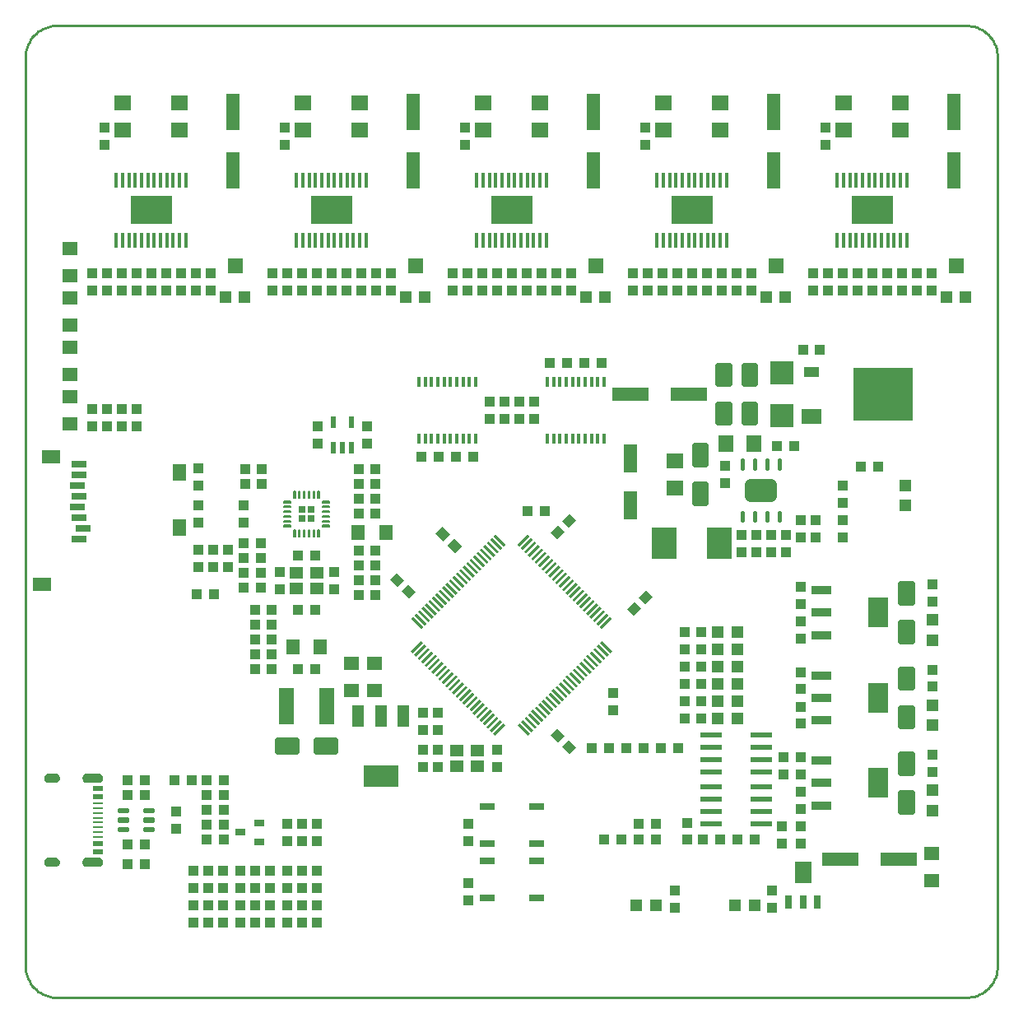
<source format=gbr>
G04 EAGLE Gerber RS-274X export*
G75*
%MOMM*%
%FSLAX34Y34*%
%LPD*%
%INGPT*%
%IPPOS*%
%AMOC8*
5,1,8,0,0,1.08239X$1,22.5*%
G01*
%ADD10R,2.095500X1.524000*%
%ADD11R,0.270000X1.500000*%
%ADD12R,1.500000X0.270000*%
%ADD13R,1.400000X1.200000*%
%ADD14R,1.000000X1.100000*%
%ADD15R,1.100000X1.000000*%
%ADD16R,1.600000X1.400000*%
%ADD17R,1.524000X0.762000*%
%ADD18R,1.200000X1.200000*%
%ADD19R,0.426000X1.650000*%
%ADD20R,4.320000X3.000000*%
%ADD21R,1.800000X1.600000*%
%ADD22R,0.304800X0.990600*%
%ADD23C,0.140000*%
%ADD24R,0.650000X0.650000*%
%ADD25R,1.400000X1.600000*%
%ADD26R,0.550000X1.200000*%
%ADD27R,1.219200X2.235200*%
%ADD28R,3.600000X2.200000*%
%ADD29R,3.800000X1.400000*%
%ADD30R,2.150000X0.950000*%
%ADD31R,2.150000X3.150000*%
%ADD32C,0.510000*%
%ADD33R,1.400000X3.800000*%
%ADD34R,1.400000X1.800000*%
%ADD35R,1.900000X1.400000*%
%ADD36R,1.500000X0.800000*%
%ADD37R,2.200000X0.600000*%
%ADD38R,0.800000X1.400000*%
%ADD39R,1.800000X2.200000*%
%ADD40R,6.200000X5.400000*%
%ADD41R,1.600000X1.000000*%
%ADD42R,2.400000X2.400000*%
%ADD43R,1.400000X3.000000*%
%ADD44C,0.363000*%
%ADD45R,1.016000X0.635000*%
%ADD46R,1.600000X1.500000*%
%ADD47R,1.500000X3.700000*%
%ADD48R,1.600000X1.800000*%
%ADD49C,0.250000*%
%ADD50C,1.200000*%
%ADD51R,2.500000X3.200000*%
%ADD52R,1.000000X0.280000*%
%ADD53R,1.000000X0.560000*%
%ADD54C,0.254000*%

G36*
X-424835Y-363206D02*
X-424835Y-363206D01*
X-424832Y-363209D01*
X-423737Y-363029D01*
X-423731Y-363023D01*
X-423726Y-363026D01*
X-422698Y-362607D01*
X-422694Y-362600D01*
X-422689Y-362602D01*
X-421780Y-361965D01*
X-421778Y-361957D01*
X-421772Y-361957D01*
X-421028Y-361134D01*
X-421027Y-361126D01*
X-421021Y-361125D01*
X-420479Y-360157D01*
X-420480Y-360148D01*
X-420474Y-360146D01*
X-420161Y-359082D01*
X-420164Y-359074D01*
X-420159Y-359071D01*
X-420091Y-357963D01*
X-420095Y-357957D01*
X-420091Y-357953D01*
X-420261Y-356845D01*
X-420267Y-356839D01*
X-420264Y-356834D01*
X-420676Y-355792D01*
X-420683Y-355788D01*
X-420681Y-355783D01*
X-421315Y-354858D01*
X-421323Y-354856D01*
X-421322Y-354850D01*
X-422146Y-354090D01*
X-422154Y-354089D01*
X-422154Y-354083D01*
X-423126Y-353526D01*
X-423134Y-353527D01*
X-423136Y-353521D01*
X-424208Y-353194D01*
X-424216Y-353197D01*
X-424219Y-353192D01*
X-425336Y-353111D01*
X-425339Y-353112D01*
X-425340Y-353111D01*
X-437340Y-353111D01*
X-437343Y-353113D01*
X-437350Y-353113D01*
X-437351Y-353112D01*
X-438295Y-353331D01*
X-438301Y-353337D01*
X-438306Y-353335D01*
X-439178Y-353759D01*
X-439181Y-353766D01*
X-439187Y-353764D01*
X-439943Y-354371D01*
X-439945Y-354379D01*
X-439951Y-354379D01*
X-440552Y-355139D01*
X-440552Y-355148D01*
X-440558Y-355149D01*
X-440976Y-356024D01*
X-440974Y-356032D01*
X-440979Y-356034D01*
X-441192Y-356980D01*
X-441188Y-356987D01*
X-441193Y-356991D01*
X-441189Y-357960D01*
X-441189Y-357961D01*
X-441170Y-359029D01*
X-441165Y-359036D01*
X-441169Y-359040D01*
X-440913Y-360077D01*
X-440906Y-360082D01*
X-440909Y-360088D01*
X-440428Y-361042D01*
X-440421Y-361046D01*
X-440422Y-361051D01*
X-439741Y-361875D01*
X-439733Y-361876D01*
X-439733Y-361882D01*
X-438886Y-362533D01*
X-438878Y-362533D01*
X-438877Y-362539D01*
X-437906Y-362986D01*
X-437898Y-362984D01*
X-437896Y-362989D01*
X-436850Y-363208D01*
X-436843Y-363205D01*
X-436840Y-363209D01*
X-424840Y-363209D01*
X-424835Y-363206D01*
G37*
G36*
X-424835Y-276805D02*
X-424835Y-276805D01*
X-424832Y-276809D01*
X-423726Y-276616D01*
X-423721Y-276611D01*
X-423721Y-276610D01*
X-423716Y-276613D01*
X-422681Y-276180D01*
X-422677Y-276173D01*
X-422672Y-276175D01*
X-421759Y-275522D01*
X-421757Y-275514D01*
X-421751Y-275515D01*
X-421007Y-274676D01*
X-421006Y-274667D01*
X-421001Y-274667D01*
X-420462Y-273683D01*
X-420463Y-273675D01*
X-420462Y-273674D01*
X-420458Y-273673D01*
X-420457Y-273671D01*
X-420275Y-273030D01*
X-420151Y-272594D01*
X-420153Y-272589D01*
X-420151Y-272587D01*
X-420153Y-272585D01*
X-420149Y-272583D01*
X-420091Y-271463D01*
X-420094Y-271458D01*
X-420091Y-271455D01*
X-420209Y-270409D01*
X-420215Y-270403D01*
X-420211Y-270398D01*
X-420559Y-269404D01*
X-420566Y-269400D01*
X-420564Y-269395D01*
X-421124Y-268503D01*
X-421131Y-268501D01*
X-421131Y-268495D01*
X-421875Y-267751D01*
X-421883Y-267749D01*
X-421883Y-267744D01*
X-422775Y-267184D01*
X-422783Y-267184D01*
X-422784Y-267179D01*
X-423778Y-266831D01*
X-423786Y-266834D01*
X-423789Y-266829D01*
X-424835Y-266711D01*
X-424838Y-266713D01*
X-424840Y-266711D01*
X-436840Y-266711D01*
X-436843Y-266713D01*
X-436846Y-266713D01*
X-436848Y-266711D01*
X-437844Y-266869D01*
X-437850Y-266875D01*
X-437855Y-266872D01*
X-438791Y-267247D01*
X-438795Y-267254D01*
X-438801Y-267252D01*
X-439630Y-267826D01*
X-439633Y-267834D01*
X-439638Y-267833D01*
X-440319Y-268577D01*
X-440320Y-268586D01*
X-440326Y-268586D01*
X-440824Y-269463D01*
X-440823Y-269472D01*
X-440828Y-269474D01*
X-441016Y-270098D01*
X-441119Y-270439D01*
X-441118Y-270442D01*
X-441119Y-270443D01*
X-441116Y-270447D01*
X-441121Y-270450D01*
X-441189Y-271457D01*
X-441188Y-271459D01*
X-441189Y-271460D01*
X-441180Y-272541D01*
X-441175Y-272548D01*
X-441179Y-272552D01*
X-440930Y-273604D01*
X-440923Y-273609D01*
X-440926Y-273614D01*
X-440449Y-274584D01*
X-440441Y-274587D01*
X-440443Y-274593D01*
X-439762Y-275432D01*
X-439754Y-275434D01*
X-439754Y-275440D01*
X-438904Y-276106D01*
X-438895Y-276107D01*
X-438894Y-276112D01*
X-437917Y-276573D01*
X-437909Y-276571D01*
X-437906Y-276577D01*
X-436851Y-276808D01*
X-436843Y-276805D01*
X-436840Y-276809D01*
X-424840Y-276809D01*
X-424835Y-276805D01*
G37*
G36*
X-469636Y-363206D02*
X-469636Y-363206D01*
X-469634Y-363209D01*
X-468501Y-363059D01*
X-468495Y-363053D01*
X-468490Y-363056D01*
X-467420Y-362658D01*
X-467416Y-362651D01*
X-467410Y-362653D01*
X-466455Y-362026D01*
X-466452Y-362018D01*
X-466447Y-362019D01*
X-465655Y-361196D01*
X-465654Y-361188D01*
X-465648Y-361187D01*
X-465059Y-360208D01*
X-465060Y-360200D01*
X-465055Y-360198D01*
X-464699Y-359113D01*
X-464702Y-359105D01*
X-464697Y-359102D01*
X-464591Y-357965D01*
X-464596Y-357956D01*
X-464592Y-357951D01*
X-464799Y-356814D01*
X-464805Y-356808D01*
X-464802Y-356803D01*
X-465257Y-355741D01*
X-465264Y-355737D01*
X-465262Y-355731D01*
X-465942Y-354796D01*
X-465950Y-354794D01*
X-465949Y-354788D01*
X-466820Y-354028D01*
X-466828Y-354028D01*
X-466829Y-354022D01*
X-467848Y-353475D01*
X-467856Y-353476D01*
X-467858Y-353471D01*
X-468972Y-353164D01*
X-468980Y-353167D01*
X-468983Y-353162D01*
X-470138Y-353111D01*
X-470139Y-353112D01*
X-470140Y-353111D01*
X-476140Y-353111D01*
X-476143Y-353113D01*
X-476148Y-353113D01*
X-476149Y-353112D01*
X-477230Y-353324D01*
X-477235Y-353330D01*
X-477240Y-353327D01*
X-478246Y-353774D01*
X-478250Y-353781D01*
X-478256Y-353779D01*
X-479137Y-354439D01*
X-479140Y-354447D01*
X-479145Y-354447D01*
X-479858Y-355286D01*
X-479858Y-355294D01*
X-479864Y-355295D01*
X-480372Y-356272D01*
X-480371Y-356280D01*
X-480376Y-356282D01*
X-480654Y-357347D01*
X-480651Y-357355D01*
X-480655Y-357358D01*
X-480689Y-358459D01*
X-480686Y-358464D01*
X-480689Y-358467D01*
X-480534Y-359543D01*
X-480528Y-359548D01*
X-480531Y-359553D01*
X-480141Y-360567D01*
X-480134Y-360571D01*
X-480136Y-360577D01*
X-479529Y-361479D01*
X-479521Y-361481D01*
X-479522Y-361487D01*
X-478730Y-362231D01*
X-478722Y-362232D01*
X-478722Y-362238D01*
X-477784Y-362787D01*
X-477776Y-362786D01*
X-477774Y-362792D01*
X-476738Y-363119D01*
X-476730Y-363116D01*
X-476727Y-363121D01*
X-475644Y-363209D01*
X-475641Y-363207D01*
X-475640Y-363209D01*
X-469640Y-363209D01*
X-469636Y-363206D01*
G37*
G36*
X-469637Y-276807D02*
X-469637Y-276807D01*
X-469636Y-276809D01*
X-468543Y-276708D01*
X-468537Y-276703D01*
X-468532Y-276706D01*
X-467489Y-276365D01*
X-467484Y-276358D01*
X-467479Y-276360D01*
X-466538Y-275796D01*
X-466535Y-275788D01*
X-466529Y-275789D01*
X-465737Y-275029D01*
X-465736Y-275021D01*
X-465730Y-275020D01*
X-465128Y-274103D01*
X-465128Y-274095D01*
X-465123Y-274093D01*
X-464739Y-273065D01*
X-464741Y-273057D01*
X-464736Y-273054D01*
X-464591Y-271967D01*
X-464595Y-271959D01*
X-464591Y-271955D01*
X-464697Y-270818D01*
X-464702Y-270812D01*
X-464699Y-270807D01*
X-465055Y-269722D01*
X-465062Y-269717D01*
X-465059Y-269712D01*
X-465648Y-268733D01*
X-465656Y-268730D01*
X-465655Y-268724D01*
X-466447Y-267901D01*
X-466455Y-267900D01*
X-466455Y-267894D01*
X-467410Y-267267D01*
X-467418Y-267268D01*
X-467420Y-267262D01*
X-468490Y-266864D01*
X-468498Y-266866D01*
X-468501Y-266861D01*
X-469634Y-266711D01*
X-469637Y-266713D01*
X-469638Y-266713D01*
X-469640Y-266711D01*
X-475640Y-266711D01*
X-475643Y-266713D01*
X-475645Y-266713D01*
X-475646Y-266711D01*
X-476779Y-266861D01*
X-476785Y-266867D01*
X-476790Y-266864D01*
X-477860Y-267262D01*
X-477864Y-267269D01*
X-477870Y-267267D01*
X-478825Y-267894D01*
X-478828Y-267902D01*
X-478833Y-267901D01*
X-479625Y-268724D01*
X-479626Y-268732D01*
X-479632Y-268733D01*
X-480221Y-269712D01*
X-480220Y-269720D01*
X-480225Y-269722D01*
X-480581Y-270807D01*
X-480579Y-270815D01*
X-480583Y-270818D01*
X-480689Y-271955D01*
X-480685Y-271962D01*
X-480689Y-271967D01*
X-480544Y-273054D01*
X-480538Y-273060D01*
X-480541Y-273065D01*
X-480158Y-274093D01*
X-480151Y-274098D01*
X-480153Y-274103D01*
X-479550Y-275020D01*
X-479542Y-275023D01*
X-479543Y-275029D01*
X-478751Y-275789D01*
X-478743Y-275790D01*
X-478742Y-275796D01*
X-477801Y-276360D01*
X-477793Y-276359D01*
X-477791Y-276365D01*
X-476748Y-276706D01*
X-476740Y-276704D01*
X-476737Y-276708D01*
X-475645Y-276809D01*
X-475642Y-276807D01*
X-475640Y-276809D01*
X-469640Y-276809D01*
X-469637Y-276807D01*
G37*
D10*
X308928Y100330D03*
D11*
G36*
X8026Y-33490D02*
X6117Y-31581D01*
X16722Y-20976D01*
X18631Y-22885D01*
X8026Y-33490D01*
G37*
G36*
X11562Y-37025D02*
X9653Y-35116D01*
X20258Y-24511D01*
X22167Y-26420D01*
X11562Y-37025D01*
G37*
G36*
X15097Y-40561D02*
X13188Y-38652D01*
X23793Y-28047D01*
X25702Y-29956D01*
X15097Y-40561D01*
G37*
G36*
X18633Y-44096D02*
X16724Y-42187D01*
X27329Y-31582D01*
X29238Y-33491D01*
X18633Y-44096D01*
G37*
G36*
X22169Y-47632D02*
X20260Y-45723D01*
X30865Y-35118D01*
X32774Y-37027D01*
X22169Y-47632D01*
G37*
G36*
X25704Y-51167D02*
X23795Y-49258D01*
X34400Y-38653D01*
X36309Y-40562D01*
X25704Y-51167D01*
G37*
G36*
X29240Y-54703D02*
X27331Y-52794D01*
X37936Y-42189D01*
X39845Y-44098D01*
X29240Y-54703D01*
G37*
G36*
X32775Y-58239D02*
X30866Y-56330D01*
X41471Y-45725D01*
X43380Y-47634D01*
X32775Y-58239D01*
G37*
G36*
X36311Y-61774D02*
X34402Y-59865D01*
X45007Y-49260D01*
X46916Y-51169D01*
X36311Y-61774D01*
G37*
G36*
X39846Y-65310D02*
X37937Y-63401D01*
X48542Y-52796D01*
X50451Y-54705D01*
X39846Y-65310D01*
G37*
G36*
X43382Y-68845D02*
X41473Y-66936D01*
X52078Y-56331D01*
X53987Y-58240D01*
X43382Y-68845D01*
G37*
G36*
X46917Y-72381D02*
X45008Y-70472D01*
X55613Y-59867D01*
X57522Y-61776D01*
X46917Y-72381D01*
G37*
G36*
X50453Y-75916D02*
X48544Y-74007D01*
X59149Y-63402D01*
X61058Y-65311D01*
X50453Y-75916D01*
G37*
G36*
X53988Y-79452D02*
X52079Y-77543D01*
X62684Y-66938D01*
X64593Y-68847D01*
X53988Y-79452D01*
G37*
G36*
X57524Y-82987D02*
X55615Y-81078D01*
X66220Y-70473D01*
X68129Y-72382D01*
X57524Y-82987D01*
G37*
G36*
X61059Y-86523D02*
X59150Y-84614D01*
X69755Y-74009D01*
X71664Y-75918D01*
X61059Y-86523D01*
G37*
G36*
X64595Y-90058D02*
X62686Y-88149D01*
X73291Y-77544D01*
X75200Y-79453D01*
X64595Y-90058D01*
G37*
G36*
X68130Y-93594D02*
X66221Y-91685D01*
X76826Y-81080D01*
X78735Y-82989D01*
X68130Y-93594D01*
G37*
G36*
X71666Y-97129D02*
X69757Y-95220D01*
X80362Y-84615D01*
X82271Y-86524D01*
X71666Y-97129D01*
G37*
G36*
X75202Y-100665D02*
X73293Y-98756D01*
X83898Y-88151D01*
X85807Y-90060D01*
X75202Y-100665D01*
G37*
G36*
X78737Y-104200D02*
X76828Y-102291D01*
X87433Y-91686D01*
X89342Y-93595D01*
X78737Y-104200D01*
G37*
G36*
X82273Y-107736D02*
X80364Y-105827D01*
X90969Y-95222D01*
X92878Y-97131D01*
X82273Y-107736D01*
G37*
G36*
X85808Y-111272D02*
X83899Y-109363D01*
X94504Y-98758D01*
X96413Y-100667D01*
X85808Y-111272D01*
G37*
G36*
X89344Y-114807D02*
X87435Y-112898D01*
X98040Y-102293D01*
X99949Y-104202D01*
X89344Y-114807D01*
G37*
G36*
X92879Y-118343D02*
X90970Y-116434D01*
X101575Y-105829D01*
X103484Y-107738D01*
X92879Y-118343D01*
G37*
G36*
X-101575Y-143091D02*
X-103484Y-141182D01*
X-92879Y-130577D01*
X-90970Y-132486D01*
X-101575Y-143091D01*
G37*
G36*
X-98040Y-146627D02*
X-99949Y-144718D01*
X-89344Y-134113D01*
X-87435Y-136022D01*
X-98040Y-146627D01*
G37*
G36*
X-94504Y-150162D02*
X-96413Y-148253D01*
X-85808Y-137648D01*
X-83899Y-139557D01*
X-94504Y-150162D01*
G37*
G36*
X-90969Y-153698D02*
X-92878Y-151789D01*
X-82273Y-141184D01*
X-80364Y-143093D01*
X-90969Y-153698D01*
G37*
G36*
X-87433Y-157234D02*
X-89342Y-155325D01*
X-78737Y-144720D01*
X-76828Y-146629D01*
X-87433Y-157234D01*
G37*
G36*
X-83898Y-160769D02*
X-85807Y-158860D01*
X-75202Y-148255D01*
X-73293Y-150164D01*
X-83898Y-160769D01*
G37*
G36*
X-80362Y-164305D02*
X-82271Y-162396D01*
X-71666Y-151791D01*
X-69757Y-153700D01*
X-80362Y-164305D01*
G37*
G36*
X-76826Y-167840D02*
X-78735Y-165931D01*
X-68130Y-155326D01*
X-66221Y-157235D01*
X-76826Y-167840D01*
G37*
G36*
X-73291Y-171376D02*
X-75200Y-169467D01*
X-64595Y-158862D01*
X-62686Y-160771D01*
X-73291Y-171376D01*
G37*
G36*
X-69755Y-174911D02*
X-71664Y-173002D01*
X-61059Y-162397D01*
X-59150Y-164306D01*
X-69755Y-174911D01*
G37*
G36*
X-66220Y-178447D02*
X-68129Y-176538D01*
X-57524Y-165933D01*
X-55615Y-167842D01*
X-66220Y-178447D01*
G37*
G36*
X-62684Y-181982D02*
X-64593Y-180073D01*
X-53988Y-169468D01*
X-52079Y-171377D01*
X-62684Y-181982D01*
G37*
G36*
X-59149Y-185518D02*
X-61058Y-183609D01*
X-50453Y-173004D01*
X-48544Y-174913D01*
X-59149Y-185518D01*
G37*
G36*
X-55613Y-189053D02*
X-57522Y-187144D01*
X-46917Y-176539D01*
X-45008Y-178448D01*
X-55613Y-189053D01*
G37*
G36*
X-52078Y-192589D02*
X-53987Y-190680D01*
X-43382Y-180075D01*
X-41473Y-181984D01*
X-52078Y-192589D01*
G37*
G36*
X-48542Y-196124D02*
X-50451Y-194215D01*
X-39846Y-183610D01*
X-37937Y-185519D01*
X-48542Y-196124D01*
G37*
G36*
X-45007Y-199660D02*
X-46916Y-197751D01*
X-36311Y-187146D01*
X-34402Y-189055D01*
X-45007Y-199660D01*
G37*
G36*
X-41471Y-203195D02*
X-43380Y-201286D01*
X-32775Y-190681D01*
X-30866Y-192590D01*
X-41471Y-203195D01*
G37*
G36*
X-37936Y-206731D02*
X-39845Y-204822D01*
X-29240Y-194217D01*
X-27331Y-196126D01*
X-37936Y-206731D01*
G37*
G36*
X-34400Y-210267D02*
X-36309Y-208358D01*
X-25704Y-197753D01*
X-23795Y-199662D01*
X-34400Y-210267D01*
G37*
G36*
X-30865Y-213802D02*
X-32774Y-211893D01*
X-22169Y-201288D01*
X-20260Y-203197D01*
X-30865Y-213802D01*
G37*
G36*
X-27329Y-217338D02*
X-29238Y-215429D01*
X-18633Y-204824D01*
X-16724Y-206733D01*
X-27329Y-217338D01*
G37*
G36*
X-23793Y-220873D02*
X-25702Y-218964D01*
X-15097Y-208359D01*
X-13188Y-210268D01*
X-23793Y-220873D01*
G37*
G36*
X-20258Y-224409D02*
X-22167Y-222500D01*
X-11562Y-211895D01*
X-9653Y-213804D01*
X-20258Y-224409D01*
G37*
G36*
X-16722Y-227944D02*
X-18631Y-226035D01*
X-8026Y-215430D01*
X-6117Y-217339D01*
X-16722Y-227944D01*
G37*
D12*
G36*
X16722Y-227944D02*
X6117Y-217339D01*
X8026Y-215430D01*
X18631Y-226035D01*
X16722Y-227944D01*
G37*
G36*
X20258Y-224409D02*
X9653Y-213804D01*
X11562Y-211895D01*
X22167Y-222500D01*
X20258Y-224409D01*
G37*
G36*
X23793Y-220873D02*
X13188Y-210268D01*
X15097Y-208359D01*
X25702Y-218964D01*
X23793Y-220873D01*
G37*
G36*
X27329Y-217338D02*
X16724Y-206733D01*
X18633Y-204824D01*
X29238Y-215429D01*
X27329Y-217338D01*
G37*
G36*
X30865Y-213802D02*
X20260Y-203197D01*
X22169Y-201288D01*
X32774Y-211893D01*
X30865Y-213802D01*
G37*
G36*
X34400Y-210267D02*
X23795Y-199662D01*
X25704Y-197753D01*
X36309Y-208358D01*
X34400Y-210267D01*
G37*
G36*
X37936Y-206731D02*
X27331Y-196126D01*
X29240Y-194217D01*
X39845Y-204822D01*
X37936Y-206731D01*
G37*
G36*
X41471Y-203195D02*
X30866Y-192590D01*
X32775Y-190681D01*
X43380Y-201286D01*
X41471Y-203195D01*
G37*
G36*
X45007Y-199660D02*
X34402Y-189055D01*
X36311Y-187146D01*
X46916Y-197751D01*
X45007Y-199660D01*
G37*
G36*
X48542Y-196124D02*
X37937Y-185519D01*
X39846Y-183610D01*
X50451Y-194215D01*
X48542Y-196124D01*
G37*
G36*
X52078Y-192589D02*
X41473Y-181984D01*
X43382Y-180075D01*
X53987Y-190680D01*
X52078Y-192589D01*
G37*
G36*
X55613Y-189053D02*
X45008Y-178448D01*
X46917Y-176539D01*
X57522Y-187144D01*
X55613Y-189053D01*
G37*
G36*
X59149Y-185518D02*
X48544Y-174913D01*
X50453Y-173004D01*
X61058Y-183609D01*
X59149Y-185518D01*
G37*
G36*
X62684Y-181982D02*
X52079Y-171377D01*
X53988Y-169468D01*
X64593Y-180073D01*
X62684Y-181982D01*
G37*
G36*
X66220Y-178447D02*
X55615Y-167842D01*
X57524Y-165933D01*
X68129Y-176538D01*
X66220Y-178447D01*
G37*
G36*
X69755Y-174911D02*
X59150Y-164306D01*
X61059Y-162397D01*
X71664Y-173002D01*
X69755Y-174911D01*
G37*
G36*
X73291Y-171376D02*
X62686Y-160771D01*
X64595Y-158862D01*
X75200Y-169467D01*
X73291Y-171376D01*
G37*
G36*
X76826Y-167840D02*
X66221Y-157235D01*
X68130Y-155326D01*
X78735Y-165931D01*
X76826Y-167840D01*
G37*
G36*
X80362Y-164305D02*
X69757Y-153700D01*
X71666Y-151791D01*
X82271Y-162396D01*
X80362Y-164305D01*
G37*
G36*
X83898Y-160769D02*
X73293Y-150164D01*
X75202Y-148255D01*
X85807Y-158860D01*
X83898Y-160769D01*
G37*
G36*
X87433Y-157234D02*
X76828Y-146629D01*
X78737Y-144720D01*
X89342Y-155325D01*
X87433Y-157234D01*
G37*
G36*
X90969Y-153698D02*
X80364Y-143093D01*
X82273Y-141184D01*
X92878Y-151789D01*
X90969Y-153698D01*
G37*
G36*
X94504Y-150162D02*
X83899Y-139557D01*
X85808Y-137648D01*
X96413Y-148253D01*
X94504Y-150162D01*
G37*
G36*
X98040Y-146627D02*
X87435Y-136022D01*
X89344Y-134113D01*
X99949Y-144718D01*
X98040Y-146627D01*
G37*
G36*
X101575Y-143091D02*
X90970Y-132486D01*
X92879Y-130577D01*
X103484Y-141182D01*
X101575Y-143091D01*
G37*
G36*
X-8026Y-33490D02*
X-18631Y-22885D01*
X-16722Y-20976D01*
X-6117Y-31581D01*
X-8026Y-33490D01*
G37*
G36*
X-11562Y-37025D02*
X-22167Y-26420D01*
X-20258Y-24511D01*
X-9653Y-35116D01*
X-11562Y-37025D01*
G37*
G36*
X-15097Y-40561D02*
X-25702Y-29956D01*
X-23793Y-28047D01*
X-13188Y-38652D01*
X-15097Y-40561D01*
G37*
G36*
X-18633Y-44096D02*
X-29238Y-33491D01*
X-27329Y-31582D01*
X-16724Y-42187D01*
X-18633Y-44096D01*
G37*
G36*
X-22169Y-47632D02*
X-32774Y-37027D01*
X-30865Y-35118D01*
X-20260Y-45723D01*
X-22169Y-47632D01*
G37*
G36*
X-25704Y-51167D02*
X-36309Y-40562D01*
X-34400Y-38653D01*
X-23795Y-49258D01*
X-25704Y-51167D01*
G37*
G36*
X-29240Y-54703D02*
X-39845Y-44098D01*
X-37936Y-42189D01*
X-27331Y-52794D01*
X-29240Y-54703D01*
G37*
G36*
X-32775Y-58239D02*
X-43380Y-47634D01*
X-41471Y-45725D01*
X-30866Y-56330D01*
X-32775Y-58239D01*
G37*
G36*
X-36311Y-61774D02*
X-46916Y-51169D01*
X-45007Y-49260D01*
X-34402Y-59865D01*
X-36311Y-61774D01*
G37*
G36*
X-39846Y-65310D02*
X-50451Y-54705D01*
X-48542Y-52796D01*
X-37937Y-63401D01*
X-39846Y-65310D01*
G37*
G36*
X-43382Y-68845D02*
X-53987Y-58240D01*
X-52078Y-56331D01*
X-41473Y-66936D01*
X-43382Y-68845D01*
G37*
G36*
X-46917Y-72381D02*
X-57522Y-61776D01*
X-55613Y-59867D01*
X-45008Y-70472D01*
X-46917Y-72381D01*
G37*
G36*
X-50453Y-75916D02*
X-61058Y-65311D01*
X-59149Y-63402D01*
X-48544Y-74007D01*
X-50453Y-75916D01*
G37*
G36*
X-53988Y-79452D02*
X-64593Y-68847D01*
X-62684Y-66938D01*
X-52079Y-77543D01*
X-53988Y-79452D01*
G37*
G36*
X-57524Y-82987D02*
X-68129Y-72382D01*
X-66220Y-70473D01*
X-55615Y-81078D01*
X-57524Y-82987D01*
G37*
G36*
X-61059Y-86523D02*
X-71664Y-75918D01*
X-69755Y-74009D01*
X-59150Y-84614D01*
X-61059Y-86523D01*
G37*
G36*
X-64595Y-90058D02*
X-75200Y-79453D01*
X-73291Y-77544D01*
X-62686Y-88149D01*
X-64595Y-90058D01*
G37*
G36*
X-68130Y-93594D02*
X-78735Y-82989D01*
X-76826Y-81080D01*
X-66221Y-91685D01*
X-68130Y-93594D01*
G37*
G36*
X-71666Y-97129D02*
X-82271Y-86524D01*
X-80362Y-84615D01*
X-69757Y-95220D01*
X-71666Y-97129D01*
G37*
G36*
X-75202Y-100665D02*
X-85807Y-90060D01*
X-83898Y-88151D01*
X-73293Y-98756D01*
X-75202Y-100665D01*
G37*
G36*
X-78737Y-104200D02*
X-89342Y-93595D01*
X-87433Y-91686D01*
X-76828Y-102291D01*
X-78737Y-104200D01*
G37*
G36*
X-82273Y-107736D02*
X-92878Y-97131D01*
X-90969Y-95222D01*
X-80364Y-105827D01*
X-82273Y-107736D01*
G37*
G36*
X-85808Y-111272D02*
X-96413Y-100667D01*
X-94504Y-98758D01*
X-83899Y-109363D01*
X-85808Y-111272D01*
G37*
G36*
X-89344Y-114807D02*
X-99949Y-104202D01*
X-98040Y-102293D01*
X-87435Y-112898D01*
X-89344Y-114807D01*
G37*
G36*
X-92879Y-118343D02*
X-103484Y-107738D01*
X-101575Y-105829D01*
X-90970Y-116434D01*
X-92879Y-118343D01*
G37*
D13*
X-34720Y-259460D03*
X-56720Y-259460D03*
X-34720Y-243460D03*
X-56720Y-243460D03*
D14*
X-76200Y-259960D03*
X-76200Y-242960D03*
X-15240Y-242960D03*
X-15240Y-259960D03*
D15*
G36*
X130666Y-85783D02*
X138443Y-78006D01*
X145514Y-85077D01*
X137737Y-92854D01*
X130666Y-85783D01*
G37*
G36*
X118646Y-97803D02*
X126423Y-90026D01*
X133494Y-97097D01*
X125717Y-104874D01*
X118646Y-97803D01*
G37*
D14*
X104140Y-201540D03*
X104140Y-184540D03*
D15*
G36*
X58997Y-232266D02*
X66774Y-240043D01*
X59703Y-247114D01*
X51926Y-239337D01*
X58997Y-232266D01*
G37*
G36*
X46977Y-220246D02*
X54754Y-228023D01*
X47683Y-235094D01*
X39906Y-227317D01*
X46977Y-220246D01*
G37*
G36*
X-117417Y-75074D02*
X-125194Y-67297D01*
X-118123Y-60226D01*
X-110346Y-68003D01*
X-117417Y-75074D01*
G37*
G36*
X-105397Y-87094D02*
X-113174Y-79317D01*
X-106103Y-72246D01*
X-98326Y-80023D01*
X-105397Y-87094D01*
G37*
G36*
X-70427Y-28084D02*
X-78204Y-20307D01*
X-71133Y-13236D01*
X-63356Y-21013D01*
X-70427Y-28084D01*
G37*
G36*
X-58407Y-40104D02*
X-66184Y-32327D01*
X-59113Y-25256D01*
X-51336Y-33033D01*
X-58407Y-40104D01*
G37*
D14*
X-91440Y-259960D03*
X-91440Y-242960D03*
D16*
X-140970Y-153640D03*
X-140970Y-181640D03*
D14*
X-76200Y-204860D03*
X-76200Y-221860D03*
X-44450Y-397120D03*
X-44450Y-380120D03*
D15*
X-313300Y-304800D03*
X-296300Y-304800D03*
X-313300Y-289560D03*
X-296300Y-289560D03*
X-313300Y-274320D03*
X-296300Y-274320D03*
X-296300Y-320040D03*
X-313300Y-320040D03*
D14*
X-292100Y-37220D03*
X-292100Y-54220D03*
X-44450Y-319160D03*
X-44450Y-336160D03*
D15*
X82940Y-241300D03*
X99940Y-241300D03*
X118500Y-241300D03*
X135500Y-241300D03*
D17*
X-25400Y-356870D03*
X25400Y-356870D03*
X-25400Y-394970D03*
X25400Y-394970D03*
D18*
X232750Y-210820D03*
X211750Y-210820D03*
X232750Y-193040D03*
X211750Y-193040D03*
X232750Y-175260D03*
X211750Y-175260D03*
X232750Y-157480D03*
X211750Y-157480D03*
D15*
X195190Y-210820D03*
X178190Y-210820D03*
X195190Y-193040D03*
X178190Y-193040D03*
X195190Y-175260D03*
X178190Y-175260D03*
X195190Y-157480D03*
X178190Y-157480D03*
D14*
X-200660Y-336160D03*
X-200660Y-319160D03*
X-215900Y-319160D03*
X-215900Y-336160D03*
X-322580Y-54220D03*
X-322580Y-37220D03*
X-322580Y29600D03*
X-322580Y46600D03*
X-307340Y-54220D03*
X-307340Y-37220D03*
D17*
X25400Y-339090D03*
X-25400Y-339090D03*
X25400Y-300990D03*
X-25400Y-300990D03*
D15*
G36*
X51926Y-7043D02*
X59703Y734D01*
X66774Y-6337D01*
X58997Y-14114D01*
X51926Y-7043D01*
G37*
G36*
X39906Y-19063D02*
X47683Y-11286D01*
X54754Y-18357D01*
X46977Y-26134D01*
X39906Y-19063D01*
G37*
D16*
X-454660Y273080D03*
X-454660Y245080D03*
X-454660Y222280D03*
X-454660Y194280D03*
X-454660Y171480D03*
X-454660Y143480D03*
D15*
X-39760Y58420D03*
X-56760Y58420D03*
X-92320Y58420D03*
X-75320Y58420D03*
D19*
X-406590Y342920D03*
X-400090Y342920D03*
X-393590Y342920D03*
X-387090Y342920D03*
X-380590Y342920D03*
X-374090Y342920D03*
X-367590Y342920D03*
X-361090Y342920D03*
X-354590Y342920D03*
X-348090Y342920D03*
X-341590Y342920D03*
X-335090Y342920D03*
X-406590Y281920D03*
X-400090Y281920D03*
X-393590Y281920D03*
X-387090Y281920D03*
X-380590Y281920D03*
X-374090Y281920D03*
X-367590Y281920D03*
X-361090Y281920D03*
X-354590Y281920D03*
X-348090Y281920D03*
X-341590Y281920D03*
X-335090Y281920D03*
D20*
X-370840Y312420D03*
D14*
X-431800Y247260D03*
X-431800Y230260D03*
X-416560Y230260D03*
X-416560Y247260D03*
X-325120Y247260D03*
X-325120Y230260D03*
X-370840Y247260D03*
X-370840Y230260D03*
X-401320Y230260D03*
X-401320Y247260D03*
X-340360Y247260D03*
X-340360Y230260D03*
D21*
X-341630Y422940D03*
X-341630Y394940D03*
X-400050Y422940D03*
X-400050Y394940D03*
D19*
X-221170Y342920D03*
X-214670Y342920D03*
X-208170Y342920D03*
X-201670Y342920D03*
X-195170Y342920D03*
X-188670Y342920D03*
X-182170Y342920D03*
X-175670Y342920D03*
X-169170Y342920D03*
X-162670Y342920D03*
X-156170Y342920D03*
X-149670Y342920D03*
X-221170Y281920D03*
X-214670Y281920D03*
X-208170Y281920D03*
X-201670Y281920D03*
X-195170Y281920D03*
X-188670Y281920D03*
X-182170Y281920D03*
X-175670Y281920D03*
X-169170Y281920D03*
X-162670Y281920D03*
X-156170Y281920D03*
X-149670Y281920D03*
D20*
X-185420Y312420D03*
D14*
X-246380Y247260D03*
X-246380Y230260D03*
X-231140Y230260D03*
X-231140Y247260D03*
X-139700Y247260D03*
X-139700Y230260D03*
X-185420Y247260D03*
X-185420Y230260D03*
X-215900Y230260D03*
X-215900Y247260D03*
X-154940Y247260D03*
X-154940Y230260D03*
D21*
X-156210Y422940D03*
X-156210Y394940D03*
X-214630Y422940D03*
X-214630Y394940D03*
D19*
X-35750Y342920D03*
X-29250Y342920D03*
X-22750Y342920D03*
X-16250Y342920D03*
X-9750Y342920D03*
X-3250Y342920D03*
X3250Y342920D03*
X9750Y342920D03*
X16250Y342920D03*
X22750Y342920D03*
X29250Y342920D03*
X35750Y342920D03*
X-35750Y281920D03*
X-29250Y281920D03*
X-22750Y281920D03*
X-16250Y281920D03*
X-9750Y281920D03*
X-3250Y281920D03*
X3250Y281920D03*
X9750Y281920D03*
X16250Y281920D03*
X22750Y281920D03*
X29250Y281920D03*
X35750Y281920D03*
D20*
X0Y312420D03*
D14*
X-60960Y247260D03*
X-60960Y230260D03*
X-45720Y230260D03*
X-45720Y247260D03*
X45720Y247260D03*
X45720Y230260D03*
X0Y247260D03*
X0Y230260D03*
X-30480Y230260D03*
X-30480Y247260D03*
X30480Y247260D03*
X30480Y230260D03*
D21*
X29210Y422940D03*
X29210Y394940D03*
X-29210Y422940D03*
X-29210Y394940D03*
D19*
X149670Y342920D03*
X156170Y342920D03*
X162670Y342920D03*
X169170Y342920D03*
X175670Y342920D03*
X182170Y342920D03*
X188670Y342920D03*
X195170Y342920D03*
X201670Y342920D03*
X208170Y342920D03*
X214670Y342920D03*
X221170Y342920D03*
X149670Y281920D03*
X156170Y281920D03*
X162670Y281920D03*
X169170Y281920D03*
X175670Y281920D03*
X182170Y281920D03*
X188670Y281920D03*
X195170Y281920D03*
X201670Y281920D03*
X208170Y281920D03*
X214670Y281920D03*
X221170Y281920D03*
D20*
X185420Y312420D03*
D14*
X124460Y247260D03*
X124460Y230260D03*
X139700Y230260D03*
X139700Y247260D03*
X231140Y247260D03*
X231140Y230260D03*
X185420Y247260D03*
X185420Y230260D03*
X154940Y230260D03*
X154940Y247260D03*
X215900Y247260D03*
X215900Y230260D03*
D21*
X214630Y422940D03*
X214630Y394940D03*
X156210Y422940D03*
X156210Y394940D03*
D16*
X-454660Y120680D03*
X-454660Y92680D03*
D14*
X-22860Y115180D03*
X-22860Y98180D03*
X-355600Y230260D03*
X-355600Y247260D03*
X-170180Y247260D03*
X-170180Y230260D03*
X15240Y247260D03*
X15240Y230260D03*
X200660Y247260D03*
X200660Y230260D03*
D22*
X-36790Y135858D03*
X-43290Y135858D03*
X-49790Y135858D03*
X-56290Y135858D03*
X-62790Y135858D03*
X-69290Y135858D03*
X-75790Y135858D03*
X-82290Y135858D03*
X-88790Y135858D03*
X-95290Y135858D03*
X-95290Y77502D03*
X-88790Y77502D03*
X-82290Y77502D03*
X-75790Y77502D03*
X-69290Y77502D03*
X-62790Y77502D03*
X-56290Y77502D03*
X-49790Y77502D03*
X-43290Y77502D03*
X-36790Y77502D03*
D14*
X7620Y115180D03*
X7620Y98180D03*
X-7620Y115180D03*
X-7620Y98180D03*
X-419100Y380120D03*
X-419100Y397120D03*
X-233680Y380120D03*
X-233680Y397120D03*
X137160Y380120D03*
X137160Y397120D03*
X-48260Y380120D03*
X-48260Y397120D03*
X-386080Y247260D03*
X-386080Y230260D03*
X-200660Y247260D03*
X-200660Y230260D03*
X-15240Y247260D03*
X-15240Y230260D03*
X170180Y247260D03*
X170180Y230260D03*
D23*
X-224020Y-16700D02*
X-224020Y-23300D01*
X-224020Y-16700D02*
X-222620Y-16700D01*
X-222620Y-23300D01*
X-224020Y-23300D01*
X-224020Y-21970D02*
X-222620Y-21970D01*
X-222620Y-20640D02*
X-224020Y-20640D01*
X-224020Y-19310D02*
X-222620Y-19310D01*
X-222620Y-17980D02*
X-224020Y-17980D01*
X-219020Y-16700D02*
X-219020Y-23300D01*
X-219020Y-16700D02*
X-217620Y-16700D01*
X-217620Y-23300D01*
X-219020Y-23300D01*
X-219020Y-21970D02*
X-217620Y-21970D01*
X-217620Y-20640D02*
X-219020Y-20640D01*
X-219020Y-19310D02*
X-217620Y-19310D01*
X-217620Y-17980D02*
X-219020Y-17980D01*
X-214020Y-16700D02*
X-214020Y-23300D01*
X-214020Y-16700D02*
X-212620Y-16700D01*
X-212620Y-23300D01*
X-214020Y-23300D01*
X-214020Y-21970D02*
X-212620Y-21970D01*
X-212620Y-20640D02*
X-214020Y-20640D01*
X-214020Y-19310D02*
X-212620Y-19310D01*
X-212620Y-17980D02*
X-214020Y-17980D01*
X-209020Y-16700D02*
X-209020Y-23300D01*
X-209020Y-16700D02*
X-207620Y-16700D01*
X-207620Y-23300D01*
X-209020Y-23300D01*
X-209020Y-21970D02*
X-207620Y-21970D01*
X-207620Y-20640D02*
X-209020Y-20640D01*
X-209020Y-19310D02*
X-207620Y-19310D01*
X-207620Y-17980D02*
X-209020Y-17980D01*
X-204020Y-16700D02*
X-204020Y-23300D01*
X-204020Y-16700D02*
X-202620Y-16700D01*
X-202620Y-23300D01*
X-204020Y-23300D01*
X-204020Y-21970D02*
X-202620Y-21970D01*
X-202620Y-20640D02*
X-204020Y-20640D01*
X-204020Y-19310D02*
X-202620Y-19310D01*
X-202620Y-17980D02*
X-204020Y-17980D01*
X-199020Y-16700D02*
X-199020Y-23300D01*
X-199020Y-16700D02*
X-197620Y-16700D01*
X-197620Y-23300D01*
X-199020Y-23300D01*
X-199020Y-21970D02*
X-197620Y-21970D01*
X-197620Y-20640D02*
X-199020Y-20640D01*
X-199020Y-19310D02*
X-197620Y-19310D01*
X-197620Y-17980D02*
X-199020Y-17980D01*
X-194120Y-11800D02*
X-187520Y-11800D01*
X-187520Y-13200D01*
X-194120Y-13200D01*
X-194120Y-11800D01*
X-194120Y-11870D02*
X-187520Y-11870D01*
X-187520Y-6800D02*
X-194120Y-6800D01*
X-187520Y-6800D02*
X-187520Y-8200D01*
X-194120Y-8200D01*
X-194120Y-6800D01*
X-194120Y-6870D02*
X-187520Y-6870D01*
X-187520Y-1800D02*
X-194120Y-1800D01*
X-187520Y-1800D02*
X-187520Y-3200D01*
X-194120Y-3200D01*
X-194120Y-1800D01*
X-194120Y-1870D02*
X-187520Y-1870D01*
X-187520Y3200D02*
X-194120Y3200D01*
X-187520Y3200D02*
X-187520Y1800D01*
X-194120Y1800D01*
X-194120Y3200D01*
X-194120Y3130D02*
X-187520Y3130D01*
X-187520Y8200D02*
X-194120Y8200D01*
X-187520Y8200D02*
X-187520Y6800D01*
X-194120Y6800D01*
X-194120Y8200D01*
X-194120Y8130D02*
X-187520Y8130D01*
X-187520Y13200D02*
X-194120Y13200D01*
X-187520Y13200D02*
X-187520Y11800D01*
X-194120Y11800D01*
X-194120Y13200D01*
X-194120Y13130D02*
X-187520Y13130D01*
X-197620Y16700D02*
X-197620Y23300D01*
X-197620Y16700D02*
X-199020Y16700D01*
X-199020Y23300D01*
X-197620Y23300D01*
X-197620Y18030D02*
X-199020Y18030D01*
X-199020Y19360D02*
X-197620Y19360D01*
X-197620Y20690D02*
X-199020Y20690D01*
X-199020Y22020D02*
X-197620Y22020D01*
X-202620Y23300D02*
X-202620Y16700D01*
X-204020Y16700D01*
X-204020Y23300D01*
X-202620Y23300D01*
X-202620Y18030D02*
X-204020Y18030D01*
X-204020Y19360D02*
X-202620Y19360D01*
X-202620Y20690D02*
X-204020Y20690D01*
X-204020Y22020D02*
X-202620Y22020D01*
X-207620Y23300D02*
X-207620Y16700D01*
X-209020Y16700D01*
X-209020Y23300D01*
X-207620Y23300D01*
X-207620Y18030D02*
X-209020Y18030D01*
X-209020Y19360D02*
X-207620Y19360D01*
X-207620Y20690D02*
X-209020Y20690D01*
X-209020Y22020D02*
X-207620Y22020D01*
X-212620Y23300D02*
X-212620Y16700D01*
X-214020Y16700D01*
X-214020Y23300D01*
X-212620Y23300D01*
X-212620Y18030D02*
X-214020Y18030D01*
X-214020Y19360D02*
X-212620Y19360D01*
X-212620Y20690D02*
X-214020Y20690D01*
X-214020Y22020D02*
X-212620Y22020D01*
X-217620Y23300D02*
X-217620Y16700D01*
X-219020Y16700D01*
X-219020Y23300D01*
X-217620Y23300D01*
X-217620Y18030D02*
X-219020Y18030D01*
X-219020Y19360D02*
X-217620Y19360D01*
X-217620Y20690D02*
X-219020Y20690D01*
X-219020Y22020D02*
X-217620Y22020D01*
X-222620Y23300D02*
X-222620Y16700D01*
X-224020Y16700D01*
X-224020Y23300D01*
X-222620Y23300D01*
X-222620Y18030D02*
X-224020Y18030D01*
X-224020Y19360D02*
X-222620Y19360D01*
X-222620Y20690D02*
X-224020Y20690D01*
X-224020Y22020D02*
X-222620Y22020D01*
X-227520Y11800D02*
X-234120Y11800D01*
X-234120Y13200D01*
X-227520Y13200D01*
X-227520Y11800D01*
X-227520Y13130D02*
X-234120Y13130D01*
X-234120Y6800D02*
X-227520Y6800D01*
X-234120Y6800D02*
X-234120Y8200D01*
X-227520Y8200D01*
X-227520Y6800D01*
X-227520Y8130D02*
X-234120Y8130D01*
X-234120Y1800D02*
X-227520Y1800D01*
X-234120Y1800D02*
X-234120Y3200D01*
X-227520Y3200D01*
X-227520Y1800D01*
X-227520Y3130D02*
X-234120Y3130D01*
X-234120Y-3200D02*
X-227520Y-3200D01*
X-234120Y-3200D02*
X-234120Y-1800D01*
X-227520Y-1800D01*
X-227520Y-3200D01*
X-227520Y-1870D02*
X-234120Y-1870D01*
X-234120Y-8200D02*
X-227520Y-8200D01*
X-234120Y-8200D02*
X-234120Y-6800D01*
X-227520Y-6800D01*
X-227520Y-8200D01*
X-227520Y-6870D02*
X-234120Y-6870D01*
X-234120Y-13200D02*
X-227520Y-13200D01*
X-234120Y-13200D02*
X-234120Y-11800D01*
X-227520Y-11800D01*
X-227520Y-13200D01*
X-227520Y-11870D02*
X-234120Y-11870D01*
D24*
X-215070Y4250D03*
X-206570Y4250D03*
X-215070Y-4250D03*
X-206570Y-4250D03*
D15*
X-157090Y45720D03*
X-140090Y45720D03*
X-202320Y-43180D03*
X-219320Y-43180D03*
D14*
X-275590Y8500D03*
X-275590Y-8500D03*
D13*
X-221820Y-60580D03*
X-199820Y-60580D03*
X-221820Y-76580D03*
X-199820Y-76580D03*
D14*
X-182880Y-60080D03*
X-182880Y-77080D03*
X-238760Y-77080D03*
X-238760Y-60080D03*
D15*
X-346320Y-274320D03*
X-329320Y-274320D03*
X-377580Y-274320D03*
X-394580Y-274320D03*
X-323460Y-82550D03*
X-306460Y-82550D03*
X-273930Y45720D03*
X-256930Y45720D03*
D25*
X-196820Y-137160D03*
X-224820Y-137160D03*
D15*
X-258200Y-30480D03*
X-275200Y-30480D03*
X-256930Y30480D03*
X-273930Y30480D03*
D25*
X-129510Y-19050D03*
X-157510Y-19050D03*
D15*
X-157090Y0D03*
X-140090Y0D03*
X-157090Y-68580D03*
X-140090Y-68580D03*
X-219320Y-160020D03*
X-202320Y-160020D03*
X-219320Y-99060D03*
X-202320Y-99060D03*
X-275200Y-60960D03*
X-258200Y-60960D03*
X-258200Y-76200D03*
X-275200Y-76200D03*
X-263770Y-129540D03*
X-246770Y-129540D03*
X-263770Y-160020D03*
X-246770Y-160020D03*
D26*
X-183490Y68279D03*
X-173990Y68279D03*
X-164490Y68279D03*
X-164490Y94281D03*
X-183490Y94281D03*
D14*
X-148590Y89780D03*
X-148590Y72780D03*
X-199390Y89780D03*
X-199390Y72780D03*
D27*
X-111506Y-207772D03*
X-134620Y-207772D03*
X-157734Y-207772D03*
D28*
X-134620Y-269750D03*
D15*
X16900Y2540D03*
X33900Y2540D03*
D16*
X-165100Y-153640D03*
X-165100Y-181640D03*
D18*
X232750Y-139700D03*
X211750Y-139700D03*
D15*
X195190Y-139700D03*
X178190Y-139700D03*
D14*
X297180Y-250580D03*
X297180Y-267580D03*
X297180Y-162950D03*
X297180Y-179950D03*
X278130Y-321700D03*
X278130Y-338700D03*
D15*
X148200Y-335280D03*
X131200Y-335280D03*
D29*
X338300Y-355600D03*
X398300Y-355600D03*
D15*
X195190Y-121920D03*
X178190Y-121920D03*
D18*
X232750Y-121920D03*
X211750Y-121920D03*
D30*
X318980Y-253860D03*
X318980Y-276860D03*
X318980Y-299860D03*
D31*
X376980Y-276860D03*
D30*
X318980Y-166230D03*
X318980Y-189230D03*
X318980Y-212230D03*
D31*
X376980Y-189230D03*
D14*
X297180Y-286140D03*
X297180Y-303140D03*
X297180Y-198510D03*
X297180Y-215510D03*
X180340Y-334890D03*
X180340Y-317890D03*
D15*
X131200Y-318770D03*
X148200Y-318770D03*
D16*
X431800Y-349220D03*
X431800Y-377220D03*
D32*
X-200770Y-244710D02*
X-200770Y-232810D01*
X-180870Y-232810D01*
X-180870Y-244710D01*
X-200770Y-244710D01*
X-200770Y-239865D02*
X-180870Y-239865D01*
X-180870Y-235020D02*
X-200770Y-235020D01*
X-240770Y-232810D02*
X-240770Y-244710D01*
X-240770Y-232810D02*
X-220870Y-232810D01*
X-220870Y-244710D01*
X-240770Y-244710D01*
X-240770Y-239865D02*
X-220870Y-239865D01*
X-220870Y-235020D02*
X-240770Y-235020D01*
D29*
X122400Y123190D03*
X182400Y123190D03*
D14*
X433070Y-248040D03*
X433070Y-265040D03*
D18*
X433070Y-305140D03*
X433070Y-284140D03*
D14*
X433070Y-160410D03*
X433070Y-177410D03*
X267970Y-404740D03*
X267970Y-387740D03*
X167640Y-404740D03*
X167640Y-387740D03*
D18*
X433070Y-217510D03*
X433070Y-196510D03*
X229530Y-402590D03*
X250530Y-402590D03*
X127930Y-402590D03*
X148930Y-402590D03*
D33*
X-287020Y413540D03*
X-287020Y353540D03*
X-101600Y413540D03*
X-101600Y353540D03*
X83820Y413540D03*
X83820Y353540D03*
X454660Y413540D03*
X454660Y353540D03*
D34*
X-341820Y-14000D03*
X-341820Y43000D03*
D35*
X-473320Y59000D03*
X-483320Y-72500D03*
D36*
X-444820Y-25900D03*
X-440820Y-14900D03*
X-444820Y-3900D03*
X-446820Y7100D03*
X-444820Y18100D03*
X-446820Y29100D03*
X-444820Y40100D03*
X-444820Y51100D03*
D15*
X-313300Y-335280D03*
X-296300Y-335280D03*
X-157090Y15240D03*
X-140090Y15240D03*
X-157090Y-38100D03*
X-140090Y-38100D03*
X-157090Y-53340D03*
X-140090Y-53340D03*
X-157090Y30480D03*
X-140090Y30480D03*
X-258200Y-45720D03*
X-275200Y-45720D03*
X-246770Y-99060D03*
X-263770Y-99060D03*
X-246770Y-114300D03*
X-263770Y-114300D03*
X-246770Y-144780D03*
X-263770Y-144780D03*
D14*
X297180Y-338700D03*
X297180Y-321700D03*
D15*
X249800Y-335280D03*
X232800Y-335280D03*
D37*
X205140Y-293370D03*
X257140Y-293370D03*
X205140Y-280670D03*
X205140Y-306070D03*
X205140Y-318770D03*
X257140Y-280670D03*
X257140Y-306070D03*
X257140Y-318770D03*
D14*
X-322580Y-8500D03*
X-322580Y8500D03*
D38*
X299720Y-399530D03*
X314720Y-399530D03*
X284720Y-399530D03*
D39*
X299720Y-368730D03*
D15*
X39760Y154940D03*
X56760Y154940D03*
X92320Y154940D03*
X75320Y154940D03*
D14*
X22860Y115180D03*
X22860Y98180D03*
D22*
X36790Y77502D03*
X43290Y77502D03*
X49790Y77502D03*
X56290Y77502D03*
X62790Y77502D03*
X69290Y77502D03*
X75790Y77502D03*
X82290Y77502D03*
X88790Y77502D03*
X95290Y77502D03*
X95290Y135858D03*
X88790Y135858D03*
X82290Y135858D03*
X75790Y135858D03*
X69290Y135858D03*
X62790Y135858D03*
X56290Y135858D03*
X49790Y135858D03*
X43290Y135858D03*
X36790Y135858D03*
D19*
X335090Y342920D03*
X341590Y342920D03*
X348090Y342920D03*
X354590Y342920D03*
X361090Y342920D03*
X367590Y342920D03*
X374090Y342920D03*
X380590Y342920D03*
X387090Y342920D03*
X393590Y342920D03*
X400090Y342920D03*
X406590Y342920D03*
X335090Y281920D03*
X341590Y281920D03*
X348090Y281920D03*
X354590Y281920D03*
X361090Y281920D03*
X367590Y281920D03*
X374090Y281920D03*
X380590Y281920D03*
X387090Y281920D03*
X393590Y281920D03*
X400090Y281920D03*
X406590Y281920D03*
D20*
X370840Y312420D03*
D14*
X309880Y247260D03*
X309880Y230260D03*
X325120Y230260D03*
X325120Y247260D03*
X416560Y247260D03*
X416560Y230260D03*
X370840Y247260D03*
X370840Y230260D03*
X340360Y230260D03*
X340360Y247260D03*
X401320Y247260D03*
X401320Y230260D03*
D21*
X400050Y422940D03*
X400050Y394940D03*
X341630Y422940D03*
X341630Y394940D03*
D14*
X386080Y247260D03*
X386080Y230260D03*
X322580Y380120D03*
X322580Y397120D03*
X355600Y247260D03*
X355600Y230260D03*
D33*
X269240Y413540D03*
X269240Y353540D03*
D14*
X297180Y-75320D03*
X297180Y-92320D03*
D30*
X318980Y-78600D03*
X318980Y-101600D03*
X318980Y-124600D03*
D31*
X376980Y-101600D03*
D14*
X297180Y-110880D03*
X297180Y-127880D03*
X433070Y-72780D03*
X433070Y-89780D03*
D18*
X433070Y-129880D03*
X433070Y-108880D03*
D15*
X376800Y48260D03*
X359800Y48260D03*
D18*
X405130Y8550D03*
X405130Y29550D03*
D14*
X340360Y-6740D03*
X340360Y-23740D03*
D37*
X257140Y-252730D03*
X205140Y-252730D03*
X257140Y-265430D03*
X257140Y-240030D03*
X257140Y-227330D03*
X205140Y-265430D03*
X205140Y-240030D03*
X205140Y-227330D03*
D15*
X171060Y-241300D03*
X154060Y-241300D03*
D14*
X279400Y-267580D03*
X279400Y-250580D03*
X340360Y11820D03*
X340360Y28820D03*
D32*
X224390Y133240D02*
X212490Y133240D01*
X212490Y153140D01*
X224390Y153140D01*
X224390Y133240D01*
X224390Y138085D02*
X212490Y138085D01*
X212490Y142930D02*
X224390Y142930D01*
X224390Y147775D02*
X212490Y147775D01*
X212490Y152620D02*
X224390Y152620D01*
X224390Y93240D02*
X212490Y93240D01*
X212490Y113140D01*
X224390Y113140D01*
X224390Y93240D01*
X224390Y98085D02*
X212490Y98085D01*
X212490Y102930D02*
X224390Y102930D01*
X224390Y107775D02*
X212490Y107775D01*
X212490Y112620D02*
X224390Y112620D01*
D40*
X381870Y123190D03*
D41*
X308870Y145990D03*
X308870Y100390D03*
D15*
X300110Y168910D03*
X317110Y168910D03*
D42*
X278130Y101190D03*
X278130Y145190D03*
D15*
X214240Y-335280D03*
X197240Y-335280D03*
X112640Y-335280D03*
X95640Y-335280D03*
D14*
X-297180Y-384420D03*
X-297180Y-367420D03*
X-327660Y-402980D03*
X-327660Y-419980D03*
X-248920Y-384420D03*
X-248920Y-367420D03*
X-279400Y-419980D03*
X-279400Y-402980D03*
X-231140Y-419980D03*
X-231140Y-402980D03*
X-200660Y-384420D03*
X-200660Y-367420D03*
X-312420Y-367420D03*
X-312420Y-384420D03*
X-327660Y-367420D03*
X-327660Y-384420D03*
X-297180Y-419980D03*
X-297180Y-402980D03*
X-312420Y-419980D03*
X-312420Y-402980D03*
X-279400Y-367420D03*
X-279400Y-384420D03*
X-264160Y-367420D03*
X-264160Y-384420D03*
X-248920Y-419980D03*
X-248920Y-402980D03*
X-264160Y-419980D03*
X-264160Y-402980D03*
X-200660Y-419980D03*
X-200660Y-402980D03*
X-215900Y-419980D03*
X-215900Y-402980D03*
X-231140Y-367420D03*
X-231140Y-384420D03*
X-215900Y-367420D03*
X-215900Y-384420D03*
D43*
X121920Y9020D03*
X121920Y57020D03*
D32*
X400450Y-266810D02*
X412350Y-266810D01*
X400450Y-266810D02*
X400450Y-246910D01*
X412350Y-246910D01*
X412350Y-266810D01*
X412350Y-261965D02*
X400450Y-261965D01*
X400450Y-257120D02*
X412350Y-257120D01*
X412350Y-252275D02*
X400450Y-252275D01*
X400450Y-247430D02*
X412350Y-247430D01*
X412350Y-306810D02*
X400450Y-306810D01*
X400450Y-286910D01*
X412350Y-286910D01*
X412350Y-306810D01*
X412350Y-301965D02*
X400450Y-301965D01*
X400450Y-297120D02*
X412350Y-297120D01*
X412350Y-292275D02*
X400450Y-292275D01*
X400450Y-287430D02*
X412350Y-287430D01*
X412350Y-179180D02*
X400450Y-179180D01*
X400450Y-159280D01*
X412350Y-159280D01*
X412350Y-179180D01*
X412350Y-174335D02*
X400450Y-174335D01*
X400450Y-169490D02*
X412350Y-169490D01*
X412350Y-164645D02*
X400450Y-164645D01*
X400450Y-159800D02*
X412350Y-159800D01*
X412350Y-219180D02*
X400450Y-219180D01*
X400450Y-199280D01*
X412350Y-199280D01*
X412350Y-219180D01*
X412350Y-214335D02*
X400450Y-214335D01*
X400450Y-209490D02*
X412350Y-209490D01*
X412350Y-204645D02*
X400450Y-204645D01*
X400450Y-199800D02*
X412350Y-199800D01*
X412350Y-91550D02*
X400450Y-91550D01*
X400450Y-71650D01*
X412350Y-71650D01*
X412350Y-91550D01*
X412350Y-86705D02*
X400450Y-86705D01*
X400450Y-81860D02*
X412350Y-81860D01*
X412350Y-77015D02*
X400450Y-77015D01*
X400450Y-72170D02*
X412350Y-72170D01*
X412350Y-131550D02*
X400450Y-131550D01*
X400450Y-111650D01*
X412350Y-111650D01*
X412350Y-131550D01*
X412350Y-126705D02*
X400450Y-126705D01*
X400450Y-121860D02*
X412350Y-121860D01*
X412350Y-117015D02*
X400450Y-117015D01*
X400450Y-112170D02*
X412350Y-112170D01*
D15*
X-377580Y-360680D03*
X-394580Y-360680D03*
X-377580Y-289560D03*
X-394580Y-289560D03*
X-377580Y-340360D03*
X-394580Y-340360D03*
D44*
X-368894Y-325395D02*
X-368894Y-323525D01*
X-368894Y-325395D02*
X-377264Y-325395D01*
X-377264Y-323525D01*
X-368894Y-323525D01*
X-368894Y-315895D02*
X-368894Y-314025D01*
X-368894Y-315895D02*
X-377264Y-315895D01*
X-377264Y-314025D01*
X-368894Y-314025D01*
X-368894Y-306395D02*
X-368894Y-304525D01*
X-368894Y-306395D02*
X-377264Y-306395D01*
X-377264Y-304525D01*
X-368894Y-304525D01*
X-394896Y-304525D02*
X-394896Y-306395D01*
X-403266Y-306395D01*
X-403266Y-304525D01*
X-394896Y-304525D01*
X-394896Y-323525D02*
X-394896Y-325395D01*
X-403266Y-325395D01*
X-403266Y-323525D01*
X-394896Y-323525D01*
X-403266Y-315895D02*
X-403266Y-314025D01*
X-394896Y-314025D01*
X-394896Y-315895D01*
X-403266Y-315895D01*
D14*
X-345440Y-306460D03*
X-345440Y-323460D03*
D45*
X-279240Y-327660D03*
X-259240Y-318160D03*
X-259240Y-337160D03*
D14*
X-231140Y-336160D03*
X-231140Y-319160D03*
D46*
X-284480Y255260D03*
D18*
X-294480Y222760D03*
X-274480Y222760D03*
D46*
X-99060Y255260D03*
D18*
X-109060Y222760D03*
X-89060Y222760D03*
D46*
X86360Y255260D03*
D18*
X76360Y222760D03*
X96360Y222760D03*
D46*
X271780Y255260D03*
D18*
X261780Y222760D03*
X281780Y222760D03*
D46*
X457200Y255260D03*
D18*
X447200Y222760D03*
X467200Y222760D03*
D14*
X-91440Y-204860D03*
X-91440Y-221860D03*
D47*
X-189820Y-198120D03*
X-231820Y-198120D03*
D15*
X-157090Y-83820D03*
X-140090Y-83820D03*
D14*
X-431800Y90560D03*
X-431800Y107560D03*
X-416560Y90560D03*
X-416560Y107560D03*
X-401320Y90560D03*
X-401320Y107560D03*
X-386080Y90560D03*
X-386080Y107560D03*
X-309880Y247260D03*
X-309880Y230260D03*
X-124460Y247260D03*
X-124460Y230260D03*
X60960Y247260D03*
X60960Y230260D03*
X246380Y247260D03*
X246380Y230260D03*
X431800Y247260D03*
X431800Y230260D03*
D48*
X248950Y72390D03*
X220950Y72390D03*
D21*
X167640Y26640D03*
X167640Y54640D03*
D49*
X238740Y1880D02*
X238740Y-7620D01*
X236240Y-7620D01*
X236240Y1880D01*
X238740Y1880D01*
X238740Y-5245D02*
X236240Y-5245D01*
X236240Y-2870D02*
X238740Y-2870D01*
X238740Y-495D02*
X236240Y-495D01*
X236240Y1880D02*
X238740Y1880D01*
X251440Y1880D02*
X251440Y-7620D01*
X248940Y-7620D01*
X248940Y1880D01*
X251440Y1880D01*
X251440Y-5245D02*
X248940Y-5245D01*
X248940Y-2870D02*
X251440Y-2870D01*
X251440Y-495D02*
X248940Y-495D01*
X248940Y1880D02*
X251440Y1880D01*
X264140Y1880D02*
X264140Y-7620D01*
X261640Y-7620D01*
X261640Y1880D01*
X264140Y1880D01*
X264140Y-5245D02*
X261640Y-5245D01*
X261640Y-2870D02*
X264140Y-2870D01*
X264140Y-495D02*
X261640Y-495D01*
X261640Y1880D02*
X264140Y1880D01*
X276840Y1880D02*
X276840Y-7620D01*
X274340Y-7620D01*
X274340Y1880D01*
X276840Y1880D01*
X276840Y-5245D02*
X274340Y-5245D01*
X274340Y-2870D02*
X276840Y-2870D01*
X276840Y-495D02*
X274340Y-495D01*
X274340Y1880D02*
X276840Y1880D01*
X276840Y46380D02*
X276840Y55880D01*
X276840Y46380D02*
X274340Y46380D01*
X274340Y55880D01*
X276840Y55880D01*
X276840Y48755D02*
X274340Y48755D01*
X274340Y51130D02*
X276840Y51130D01*
X276840Y53505D02*
X274340Y53505D01*
X274340Y55880D02*
X276840Y55880D01*
X264140Y55880D02*
X264140Y46380D01*
X261640Y46380D01*
X261640Y55880D01*
X264140Y55880D01*
X264140Y48755D02*
X261640Y48755D01*
X261640Y51130D02*
X264140Y51130D01*
X264140Y53505D02*
X261640Y53505D01*
X261640Y55880D02*
X264140Y55880D01*
X251440Y55880D02*
X251440Y46380D01*
X248940Y46380D01*
X248940Y55880D01*
X251440Y55880D01*
X251440Y48755D02*
X248940Y48755D01*
X248940Y51130D02*
X251440Y51130D01*
X251440Y53505D02*
X248940Y53505D01*
X248940Y55880D02*
X251440Y55880D01*
X238740Y55880D02*
X238740Y46380D01*
X236240Y46380D01*
X236240Y55880D01*
X238740Y55880D01*
X238740Y48755D02*
X236240Y48755D01*
X236240Y51130D02*
X238740Y51130D01*
X238740Y53505D02*
X236240Y53505D01*
X236240Y55880D02*
X238740Y55880D01*
D50*
X246040Y18130D02*
X267040Y18130D01*
X246040Y18130D02*
X246040Y30130D01*
X267040Y30130D01*
X267040Y18130D01*
X267040Y29530D02*
X246040Y29530D01*
D51*
X213920Y-30480D03*
X156920Y-30480D03*
D14*
X266700Y-21980D03*
X266700Y-38980D03*
X312420Y-6740D03*
X312420Y-23740D03*
X297180Y-23740D03*
X297180Y-6740D03*
X281940Y-21980D03*
X281940Y-38980D03*
D15*
X290440Y69850D03*
X273440Y69850D03*
D14*
X236220Y-21980D03*
X236220Y-38980D03*
X251460Y-21980D03*
X251460Y-38980D03*
D32*
X200260Y30590D02*
X188360Y30590D01*
X200260Y30590D02*
X200260Y10690D01*
X188360Y10690D01*
X188360Y30590D01*
X188360Y15535D02*
X200260Y15535D01*
X200260Y20380D02*
X188360Y20380D01*
X188360Y25225D02*
X200260Y25225D01*
X200260Y30070D02*
X188360Y30070D01*
X188360Y70590D02*
X200260Y70590D01*
X200260Y50690D01*
X188360Y50690D01*
X188360Y70590D01*
X188360Y55535D02*
X200260Y55535D01*
X200260Y60380D02*
X188360Y60380D01*
X188360Y65225D02*
X200260Y65225D01*
X200260Y70070D02*
X188360Y70070D01*
X239160Y113140D02*
X251060Y113140D01*
X251060Y93240D01*
X239160Y93240D01*
X239160Y113140D01*
X239160Y98085D02*
X251060Y98085D01*
X251060Y102930D02*
X239160Y102930D01*
X239160Y107775D02*
X251060Y107775D01*
X251060Y112620D02*
X239160Y112620D01*
X239160Y153140D02*
X251060Y153140D01*
X251060Y133240D01*
X239160Y133240D01*
X239160Y153140D01*
X239160Y138085D02*
X251060Y138085D01*
X251060Y142930D02*
X239160Y142930D01*
X239160Y147775D02*
X251060Y147775D01*
X251060Y152620D02*
X239160Y152620D01*
D14*
X219710Y32140D03*
X219710Y49140D03*
D52*
X-425040Y-322460D03*
X-425040Y-317460D03*
D53*
X-425040Y-347210D03*
X-425040Y-339460D03*
D52*
X-425040Y-332460D03*
X-425040Y-327460D03*
X-425040Y-307460D03*
X-425040Y-312460D03*
D53*
X-425040Y-282710D03*
X-425040Y-290460D03*
D52*
X-425040Y-297460D03*
X-425040Y-302460D03*
D54*
X-499872Y-464820D02*
X-499829Y-467580D01*
X-499546Y-470325D01*
X-499025Y-473035D01*
X-498269Y-475689D01*
X-497285Y-478268D01*
X-496080Y-480751D01*
X-494663Y-483119D01*
X-493045Y-485355D01*
X-491238Y-487441D01*
X-489257Y-489362D01*
X-487115Y-491103D01*
X-484830Y-492651D01*
X-482419Y-493993D01*
X-479900Y-495121D01*
X-477292Y-496024D01*
X-474616Y-496697D01*
X-471891Y-497134D01*
X-469138Y-497332D01*
X467360Y-497332D01*
X470194Y-497208D01*
X473006Y-496838D01*
X475775Y-496224D01*
X478480Y-495371D01*
X481100Y-494286D01*
X483616Y-492976D01*
X486008Y-491452D01*
X488258Y-489726D01*
X490349Y-487809D01*
X492266Y-485718D01*
X493992Y-483468D01*
X495516Y-481076D01*
X496826Y-478560D01*
X497911Y-475940D01*
X498764Y-473235D01*
X499378Y-470466D01*
X499748Y-467654D01*
X499872Y-464820D01*
X499872Y469900D01*
X499748Y472734D01*
X499378Y475546D01*
X498764Y478315D01*
X497911Y481020D01*
X496826Y483640D01*
X495516Y486156D01*
X493992Y488548D01*
X492266Y490798D01*
X490349Y492889D01*
X488258Y494806D01*
X486008Y496532D01*
X483616Y498056D01*
X481100Y499366D01*
X478480Y500451D01*
X475775Y501304D01*
X473006Y501918D01*
X470194Y502288D01*
X467360Y502412D01*
X-469138Y502412D01*
X-471891Y502214D01*
X-474616Y501777D01*
X-477292Y501104D01*
X-479900Y500201D01*
X-482419Y499073D01*
X-484830Y497731D01*
X-487115Y496183D01*
X-489257Y494442D01*
X-491238Y492521D01*
X-493045Y490435D01*
X-494663Y488199D01*
X-496080Y485831D01*
X-497285Y483348D01*
X-498269Y480769D01*
X-499025Y478115D01*
X-499546Y475405D01*
X-499829Y472660D01*
X-499872Y469900D01*
X-499872Y-464820D01*
M02*

</source>
